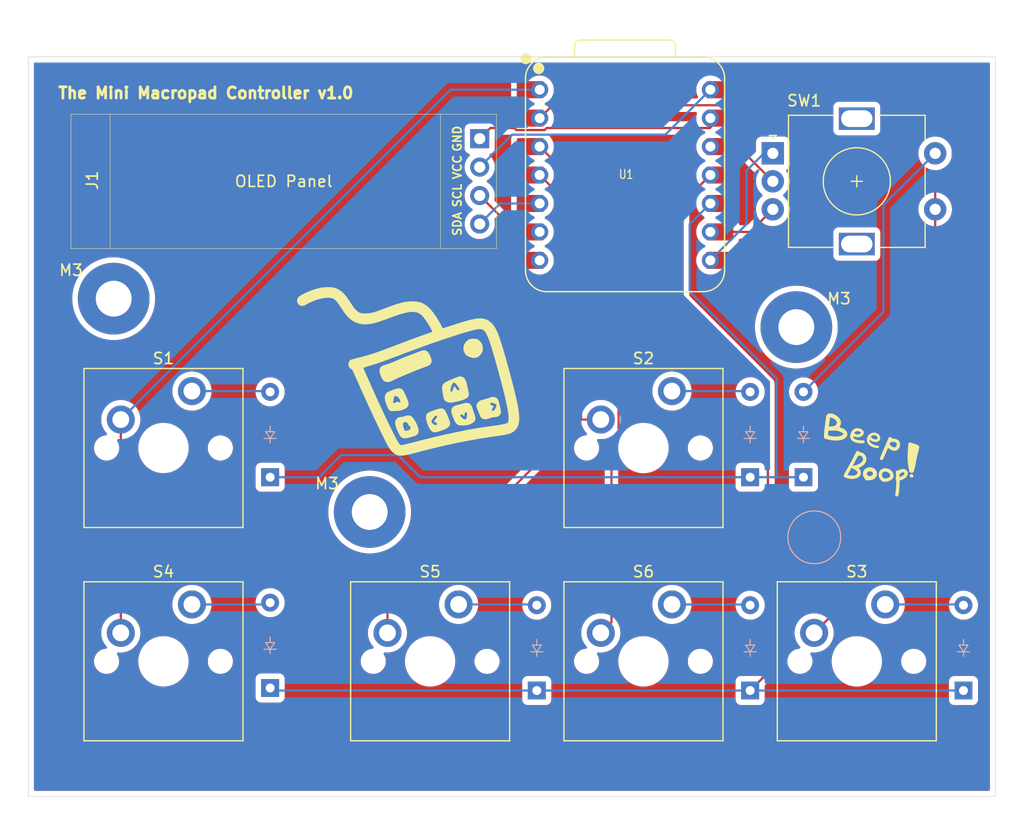
<source format=kicad_pcb>
(kicad_pcb (version 20241229) (generator "pcbnew") (generator_version "9.0")
  (layers (0 "F.Cu" signal) (2 "B.Cu" signal) (13 "F.Paste" user) (15 "B.Paste" user) (5 "F.SilkS" user "F.Silkscreen") (7 "B.SilkS" user "B.Silkscreen") (1 "F.Mask" user) (3 "B.Mask" user) (25 "Edge.Cuts" user))
  (net 0 "")
  (net 1 "Row 0")
  (net 2 "Net-(D1-A)")
  (net 3 "Net-(D2-A)")
  (net 4 "Net-(D3-A)")
  (net 5 "Row 1")
  (net 6 "Net-(D4-A)")
  (net 7 "Net-(D5-A)")
  (net 8 "Net-(D6-A)")
  (net 9 "Column 0")
  (net 10 "Column 1")
  (net 11 "Column 2")
  (net 12 "EC11SWA")
  (net 13 "GND")
  (net 14 "SDA")
  (net 17 "VCC")
  (net 18 "SCL")
  (net 19 "Column 3")
  (net 20 "EC11A")
  (net 21 "EC11B")
  (footprint "MountingHole:MountingHole_3.2mm_M3_Pad" (layer "F.Cu") (at 85.4075 34.29)
    (property "Reference" "M3" (at -3.81 -2.54 0) (layer "F.SilkS"))
    (property "Value" "MountingHole_3.2mm_M3_Pad" (hide yes))
    (pad "1" thru_hole circle (at 0 0) (size 6.4 6.4) (drill 3.2) (layers "*.Cu" "*.Mask"))
  )
  (footprint "MountingHole:MountingHole_3.2mm_M3_Pad" (layer "F.Cu") (at 146.3675 36.83)
    (property "Reference" "M3" (at 3.81 -2.54 0) (layer "F.SilkS"))
    (property "Value" "MountingHole_3.2mm_M3_Pad" (hide yes))
    (pad "1" thru_hole circle (at 0 0) (size 6.4 6.4) (drill 3.2) (layers "*.Cu" "*.Mask"))
  )
  (footprint "ScottoKeebs_MX:MX_PCB_1.00u" (layer "F.Cu") (at 132.715 47.625)
    (property "Reference" "S2" (at 0 -8 0) (layer "F.SilkS"))
    (property "Value" "Switch")
    (pad "" np_thru_hole circle (at -5.08 0) (size 1.75 1.75) (drill 1.75) (layers "*.Cu" "*.Mask"))
    (pad "" np_thru_hole circle (at 0 0) (size 4 4) (drill 4) (layers "*.Cu" "*.Mask"))
    (pad "" np_thru_hole circle (at 5.08 0) (size 1.75 1.75) (drill 1.75) (layers "*.Cu" "*.Mask"))
    (pad "1" thru_hole circle (at -3.81 -2.54) (size 2.5 2.5) (drill 1.5) (layers "*.Cu" "*.Mask") (net 10 "Column 1"))
    (pad "2" thru_hole circle (at 2.54 -5.08) (size 2.5 2.5) (drill 1.5) (layers "*.Cu" "*.Mask") (net 3 "Net-(D2-A)"))
  )
  (footprint "ScottoKeebs_MX:MX_PCB_1.00u" (layer "F.Cu") (at 151.765 66.675)
    (property "Reference" "S3" (at 0 -8 0) (layer "F.SilkS"))
    (property "Value" "Switch")
    (pad "" np_thru_hole circle (at -5.08 0) (size 1.75 1.75) (drill 1.75) (layers "*.Cu" "*.Mask"))
    (pad "" np_thru_hole circle (at 0 0) (size 4 4) (drill 4) (layers "*.Cu" "*.Mask"))
    (pad "" np_thru_hole circle (at 5.08 0) (size 1.75 1.75) (drill 1.75) (layers "*.Cu" "*.Mask"))
    (pad "1" thru_hole circle (at -3.81 -2.54) (size 2.5 2.5) (drill 1.5) (layers "*.Cu" "*.Mask") (net 19 "Column 3"))
    (pad "2" thru_hole circle (at 2.54 -5.08) (size 2.5 2.5) (drill 1.5) (layers "*.Cu" "*.Mask") (net 4 "Net-(D3-A)"))
  )
  (footprint "Rotary Encoder Footprints:RotaryEncoder_Alps_EC11E-Switch_Vertical_H20mm" (layer "F.Cu") (at 144.265 21.3125)
    (property "Reference" "SW1" (at 2.8 -4.7 0) (layer "F.SilkS"))
    (property "Value" "RotaryEncoder_Switch")
    (pad "A" thru_hole rect (at 0 0) (size 2 2) (drill 1) (layers "*.Cu" "*.Mask") (net 20 "EC11A"))
    (pad "B" thru_hole circle (at 0 5) (size 2 2) (drill 1) (layers "*.Cu" "*.Mask") (net 21 "EC11B"))
    (pad "C" thru_hole circle (at 0 2.5) (size 2 2) (drill 1) (layers "*.Cu" "*.Mask") (net 13 "GND"))
    (pad "MP" thru_hole rect (at 7.5 -3.1) (size 3.2 2) (drill oval 2.8 1.5) (layers "*.Cu" "*.Mask"))
    (pad "MP" thru_hole rect (at 7.5 8.1) (size 3.2 2) (drill oval 2.8 1.5) (layers "*.Cu" "*.Mask"))
    (pad "S1" thru_hole circle (at 14.5 5) (size 2 2) (drill 1) (layers "*.Cu" "*.Mask") (net 19 "Column 3"))
    (pad "S2" thru_hole circle (at 14.5 0) (size 2 2) (drill 1) (layers "*.Cu" "*.Mask") (net 12 "EC11SWA"))
  )
  (footprint "ScottoKeebs_MX:MX_PCB_1.00u" (layer "F.Cu") (at 113.665 66.675)
    (property "Reference" "S5" (at 0 -8 0) (layer "F.SilkS"))
    (property "Value" "Switch")
    (pad "" np_thru_hole circle (at -5.08 0) (size 1.75 1.75) (drill 1.75) (layers "*.Cu" "*.Mask"))
    (pad "" np_thru_hole circle (at 0 0) (size 4 4) (drill 4) (layers "*.Cu" "*.Mask"))
    (pad "" np_thru_hole circle (at 5.08 0) (size 1.75 1.75) (drill 1.75) (layers "*.Cu" "*.Mask"))
    (pad "1" thru_hole circle (at -3.81 -2.54) (size 2.5 2.5) (drill 1.5) (layers "*.Cu" "*.Mask") (net 10 "Column 1"))
    (pad "2" thru_hole circle (at 2.54 -5.08) (size 2.5 2.5) (drill 1.5) (layers "*.Cu" "*.Mask") (net 7 "Net-(D5-A)"))
  )
  (footprint "ScottoKeebs_MX:MX_PCB_1.00u" (layer "F.Cu") (at 89.8525 47.625)
    (property "Reference" "S1" (at 0 -8 0) (layer "F.SilkS"))
    (property "Value" "Switch")
    (pad "" np_thru_hole circle (at -5.08 0) (size 1.75 1.75) (drill 1.75) (layers "*.Cu" "*.Mask"))
    (pad "" np_thru_hole circle (at 0 0) (size 4 4) (drill 4) (layers "*.Cu" "*.Mask"))
    (pad "" np_thru_hole circle (at 5.08 0) (size 1.75 1.75) (drill 1.75) (layers "*.Cu" "*.Mask"))
    (pad "1" thru_hole circle (at -3.81 -2.54) (size 2.5 2.5) (drill 1.5) (layers "*.Cu" "*.Mask") (net 9 "Column 0"))
    (pad "2" thru_hole circle (at 2.54 -5.08) (size 2.5 2.5) (drill 1.5) (layers "*.Cu" "*.Mask") (net 2 "Net-(D1-A)"))
  )
  (footprint "ScottoKeebs_MX:MX_PCB_1.00u" (layer "F.Cu") (at 89.8525 66.675)
    (property "Reference" "S4" (at 0 -8 0) (layer "F.SilkS"))
    (property "Value" "Switch")
    (pad "" np_thru_hole circle (at -5.08 0) (size 1.75 1.75) (drill 1.75) (layers "*.Cu" "*.Mask"))
    (pad "" np_thru_hole circle (at 0 0) (size 4 4) (drill 4) (layers "*.Cu" "*.Mask"))
    (pad "" np_thru_hole circle (at 5.08 0) (size 1.75 1.75) (drill 1.75) (layers "*.Cu" "*.Mask"))
    (pad "1" thru_hole circle (at -3.81 -2.54) (size 2.5 2.5) (drill 1.5) (layers "*.Cu" "*.Mask") (net 9 "Column 0"))
    (pad "2" thru_hole circle (at 2.54 -5.08) (size 2.5 2.5) (drill 1.5) (layers "*.Cu" "*.Mask") (net 6 "Net-(D4-A)"))
  )
  (footprint "graphic footprints:controller4" (layer "F.Cu") (at 112.0775 40.64)
    (property "Reference" "G***" (hide yes))
    (property "Value" "LOGO" (hide yes))
  )
  (footprint "ScottoKeebs_MX:MX_PCB_1.00u" (layer "F.Cu") (at 132.715 66.675)
    (property "Reference" "S6" (at 0 -8 0) (layer "F.SilkS"))
    (property "Value" "Switch")
    (pad "" np_thru_hole circle (at -5.08 0) (size 1.75 1.75) (drill 1.75) (layers "*.Cu" "*.Mask"))
    (pad "" np_thru_hole circle (at 0 0) (size 4 4) (drill 4) (layers "*.Cu" "*.Mask"))
    (pad "" np_thru_hole circle (at 5.08 0) (size 1.75 1.75) (drill 1.75) (layers "*.Cu" "*.Mask"))
    (pad "1" thru_hole circle (at -3.81 -2.54) (size 2.5 2.5) (drill 1.5) (layers "*.Cu" "*.Mask") (net 11 "Column 2"))
    (pad "2" thru_hole circle (at 2.54 -5.08) (size 2.5 2.5) (drill 1.5) (layers "*.Cu" "*.Mask") (net 8 "Net-(D6-A)"))
  )
  (footprint "Seeed Studio XIAO Series Library:XIAO-SAMD21-DIP" (layer "F.Cu") (at 131.1685 23.1875)
    (property "Reference" "U1" (at 0 0 0) (layer "F.SilkS") (effects (font (size 0.8 0.635) (thickness 0.1016))))
    (property "Value" "XIAO-SAMD21-DIP" (hide yes))
    (pad "1" smd roundrect (at -8.555 -7.5575 180) (size 2.432 1.524) (layers "F.Cu" "F.Mask") (roundrect_rratio 0.1) (net 9 "Column 0"))
    (pad "1" thru_hole circle (at -7.72 -7.5575 180) (size 1.524 1.524) (drill 0.889) (layers "*.Cu" "*.Mask") (net 9 "Column 0"))
    (pad "2" smd roundrect (at -8.555 -5.0175 180) (size 2.432 1.524) (layers "F.Cu" "F.Mask") (roundrect_rratio 0.1) (net 19 "Column 3"))
    (pad "2" thru_hole circle (at -7.72 -5.0175 180) (size 1.524 1.524) (drill 0.889) (layers "*.Cu" "*.Mask") (net 19 "Column 3"))
    (pad "3" smd roundrect (at -8.555 -2.4775 180) (size 2.432 1.524) (layers "F.Cu" "F.Mask") (roundrect_rratio 0.1) (net 11 "Column 2"))
    (pad "3" thru_hole circle (at -7.72 -2.4775 180) (size 1.524 1.524) (drill 0.889) (layers "*.Cu" "*.Mask") (net 11 "Column 2"))
    (pad "4" smd roundrect (at -8.555 0.0625 180) (size 2.432 1.524) (layers "F.Cu" "F.Mask") (roundrect_rratio 0.1) (net 10 "Column 1"))
    (pad "4" thru_hole circle (at -7.72 0.0625 180) (size 1.524 1.524) (drill 0.889) (layers "*.Cu" "*.Mask") (net 10 "Column 1"))
    (pad "5" smd roundrect (at -8.555 2.6025 180) (size 2.432 1.524) (layers "F.Cu" "F.Mask") (roundrect_rratio 0.1) (net 14 "SDA"))
    (pad "5" thru_hole circle (at -7.72 2.6025 180) (size 1.524 1.524) (drill 0.889) (layers "*.Cu" "*.Mask") (net 14 "SDA"))
    (pad "6" smd roundrect (at -8.555 5.1425 180) (size 2.432 1.524) (layers "F.Cu" "F.Mask") (roundrect_rratio 0.1) (net 18 "SCL"))
    (pad "6" thru_hole circle (at -7.72 5.1425 180) (size 1.524 1.524) (drill 0.889) (layers "*.Cu" "*.Mask") (net 18 "SCL"))
    (pad "7" smd roundrect (at -8.555 7.6825 180) (size 2.432 1.524) (layers "F.Cu" "F.Mask") (roundrect_rratio 0.1))
    (pad "7" thru_hole circle (at -7.72 7.6825 180) (size 1.524 1.524) (drill 0.889) (layers "*.Cu" "*.Mask"))
    (pad "8" thru_hole circle (at 7.52 7.6825) (size 1.524 1.524) (drill 0.889) (layers "*.Cu" "*.Mask") (net 20 "EC11A"))
    (pad "8" smd roundrect (at 8.355 7.6825) (size 2.432 1.524) (layers "F.Cu" "F.Mask") (roundrect_rratio 0.1) (net 20 "EC11A"))
    (pad "9" thru_hole circle (at 7.52 5.1425) (size 1.524 1.524) (drill 0.889) (layers "*.Cu" "*.Mask") (net 21 "EC11B"))
    (pad "9" smd roundrect (at 8.355 5.1425) (size 2.432 1.524) (layers "F.Cu" "F.Mask") (roundrect_rratio 0.1) (net 21 "EC11B"))
    (pad "10" thru_hole circle (at 7.52 2.6025) (size 1.524 1.524) (drill 0.889) (layers "*.Cu" "*.Mask") (net 1 "Row 0"))
    (pad "10" smd roundrect (at 8.355 2.6025) (size 2.432 1.524) (layers "F.Cu" "F.Mask") (roundrect_rratio 0.1) (net 1 "Row 0"))
    (pad "11" thru_hole circle (at 7.52 0.0625) (size 1.524 1.524) (drill 0.889) (layers "*.Cu" "*.Mask") (net 5 "Row 1"))
    (pad "11" smd roundrect (at 8.355 0.0625) (size 2.432 1.524) (layers "F.Cu" "F.Mask") (roundrect_rratio 0.1) (net 5 "Row 1"))
    (pad "12" thru_hole circle (at 7.52 -2.4775) (size 1.524 1.524) (drill 0.889) (layers "*.Cu" "*.Mask"))
    (pad "12" smd roundrect (at 8.355 -2.4775) (size 2.432 1.524) (layers "F.Cu" "F.Mask") (roundrect_rratio 0.1))
    (pad "13" thru_hole circle (at 7.52 -5.0175) (size 1.524 1.524) (drill 0.889) (layers "*.Cu" "*.Mask") (net 13 "GND"))
    (pad "13" smd roundrect (at 8.355 -5.0175) (size 2.432 1.524) (layers "F.Cu" "F.Mask") (roundrect_rratio 0.1) (net 13 "GND"))
    (pad "14" thru_hole circle (at 7.52 -7.5575) (size 1.524 1.524) (drill 0.889) (layers "*.Cu" "*.Mask") (net 17 "VCC"))
    (pad "14" smd roundrect (at 8.355 -7.5575) (size 2.432 1.524) (layers "F.Cu" "F.Mask") (roundrect_rratio 0.1) (net 17 "VCC"))
  )
  (footprint "graphic footprints:beep_boop" (layer "F.Cu") (at 152.7175 48.26 -20)
    (property "Reference" "sdasd" (hide yes))
    (property "Value" "LOGO" (hide yes))
  )
  (footprint "MountingHole:MountingHole_3.2mm_M3_Pad" (layer "F.Cu") (at 108.2675 53.34)
    (property "Reference" "M3" (at -3.81 -2.54 0) (layer "F.SilkS"))
    (property "Value" "MountingHole_3.2mm_M3_Pad" (hide yes))
    (pad "1" thru_hole circle (at 0 0) (size 6.4 6.4) (drill 3.2) (layers "*.Cu" "*.Mask"))
  )
  (footprint "0.91OLED display hackclub:SSD1306-0.91-OLED-4pin-128x32" (layer "F.Cu") (at 81.59 17.8125)
    (property "Reference" "J1" (at 1.9 5.91 90) (layer "F.SilkS"))
    (property "Value" "OLED_DISPLAY")
    (fp_text user "GND" (at 34.5 2.19 270) (layer "F.SilkS") (effects (font (size 0.75 0.75))))
    (fp_text user "SCL" (at 34.5 7.27 270) (layer "F.SilkS") (effects (font (size 0.75 0.75))))
    (fp_text user "SDA" (at 34.5 9.81 270) (layer "F.SilkS") (effects (font (size 0.75 0.75))))
    (fp_text user "VCC" (at 34.5 4.73 270) (layer "F.SilkS") (effects (font (size 0.75 0.75))))
    (fp_text user "OLED Panel" (at 19 6 0) (layer "F.SilkS"))
    (pad "1" thru_hole rect (at 36.5 2.19) (size 1.7 1.7) (drill 1) (layers "*.Cu" "*.Mask") (net 13 "GND"))
    (pad "2" thru_hole oval (at 36.5 4.73) (size 1.7 1.7) (drill 1) (layers "*.Cu" "*.Mask") (net 17 "VCC"))
    (pad "3" thru_hole oval (at 36.5 7.27) (size 1.7 1.7) (drill 1) (layers "*.Cu" "*.Mask") (net 18 "SCL"))
    (pad "4" thru_hole oval (at 36.5 9.81) (size 1.7 1.7) (drill 1) (layers "*.Cu" "*.Mask") (net 14 "SDA"))
  )
  (footprint "ScottoKeebs_Components:Diode_DO-35" (layer "B.Cu") (at 142.24 69.2825 90)
    (property "Reference" "D6" (hide yes))
    (property "Value" "Diode" (hide yes))
    (pad "1" thru_hole rect (at 0 0 90) (size 1.6 1.6) (drill 0.8) (layers "*.Cu" "*.Mask") (net 5 "Row 1"))
    (pad "2" thru_hole oval (at 7.62 0 90) (size 1.6 1.6) (drill 0.8) (layers "*.Cu" "*.Mask") (net 8 "Net-(D6-A)"))
  )
  (footprint "ScottoKeebs_Components:Diode_DO-35" (layer "B.Cu") (at 99.3775 69.05625 90)
    (property "Reference" "D4" (hide yes))
    (property "Value" "Diode" (hide yes))
    (pad "1" thru_hole rect (at 0 0 90) (size 1.6 1.6) (drill 0.8) (layers "*.Cu" "*.Mask") (net 5 "Row 1"))
    (pad "2" thru_hole oval (at 7.62 0 90) (size 1.6 1.6) (drill 0.8) (layers "*.Cu" "*.Mask") (net 6 "Net-(D4-A)"))
  )
  (footprint "ScottoKeebs_Components:Diode_DO-35" (layer "B.Cu") (at 142.24 50.2325 90)
    (property "Reference" "D2" (hide yes))
    (property "Value" "Diode" (hide yes))
    (pad "1" thru_hole rect (at 0 0 90) (size 1.6 1.6) (drill 0.8) (layers "*.Cu" "*.Mask") (net 1 "Row 0"))
    (pad "2" thru_hole oval (at 7.62 0 90) (size 1.6 1.6) (drill 0.8) (layers "*.Cu" "*.Mask") (net 3 "Net-(D2-A)"))
  )
  (footprint "ScottoKeebs_Components:Diode_DO-35" (layer "B.Cu") (at 147.0025 50.2325 90)
    (property "Reference" "D7" (hide yes))
    (property "Value" "Diode" (hide yes))
    (pad "1" thru_hole rect (at 0 0 90) (size 1.6 1.6) (drill 0.8) (layers "*.Cu" "*.Mask") (net 1 "Row 0"))
    (pad "2" thru_hole oval (at 7.62 0 90) (size 1.6 1.6) (drill 0.8) (layers "*.Cu" "*.Mask") (net 12 "EC11SWA"))
  )
  (footprint "ScottoKeebs_Components:Diode_DO-35" (layer "B.Cu") (at 123.19 69.2825 90)
    (property "Reference" "D5" (hide yes))
    (property "Value" "Diode" (hide yes))
    (pad "1" thru_hole rect (at 0 0 90) (size 1.6 1.6) (drill 0.8) (layers "*.Cu" "*.Mask") (net 5 "Row 1"))
    (pad "2" thru_hole oval (at 7.62 0 90) (size 1.6 1.6) (drill 0.8) (layers "*.Cu" "*.Mask") (net 7 "Net-(D5-A)"))
  )
  (footprint "ScottoKeebs_Components:Diode_DO-35" (layer "B.Cu") (at 99.3775 50.2325 90)
    (property "Reference" "D1" (hide yes))
    (property "Value" "Diode" (hide yes))
    (pad "1" thru_hole rect (at 0 0 90) (size 1.6 1.6) (drill 0.8) (layers "*.Cu" "*.Mask") (net 1 "Row 0"))
    (pad "2" thru_hole oval (at 7.62 0 90) (size 1.6 1.6) (drill 0.8) (layers "*.Cu" "*.Mask") (net 2 "Net-(D1-A)"))
  )
  (footprint "ScottoKeebs_Components:Diode_DO-35" (layer "B.Cu") (at 161.29 69.2825 90)
    (property "Reference" "D3" (hide yes))
    (property "Value" "Diode" (hide yes))
    (pad "1" thru_hole rect (at 0 0 90) (size 1.6 1.6) (drill 0.8) (layers "*.Cu" "*.Mask") (net 5 "Row 1"))
    (pad "2" thru_hole oval (at 7.62 0 90) (size 1.6 1.6) (drill 0.8) (layers "*.Cu" "*.Mask") (net 4 "Net-(D3-A)"))
  )
  (gr_circle (center 147.969005 55.6) (end 150.3275 55.6) (stroke (width 0.1)) (fill no) (layer "B.SilkS"))
  (gr_rect (start 77.7875 12.7) (end 164.1475 78.74) (stroke (width 0.05)) (fill no) (layer "Edge.Cuts"))
  (gr_text "The Mini Macropad Controller v1.0" (at 80.3275 16.51 0) (layer "F.SilkS") (effects (font (size 1 1) (thickness 0.25) (bold yes)) (justify left bottom)))
  (segment (start 112.78 50.2325) (end 142.24 50.2325) (width 0.2) (layer "B.Cu") (net 1))
  (segment (start 136.8425 33.655) (end 136.8425 27.636) (width 0.2) (layer "B.Cu") (net 1))
  (segment (start 144.62125 41.43375) (end 136.8425 33.655) (width 0.2) (layer "B.Cu") (net 1))
  (segment (start 99.3775 50.2325) (end 103.755 50.2325) (width 0.2) (layer "B.Cu") (net 1))
  (segment (start 136.8425 27.636) (end 138.6885 25.79) (width 0.2) (layer "B.Cu") (net 1))
  (segment (start 105.7275 48.26) (end 110.8075 48.26) (width 0.2) (layer "B.Cu") (net 1))
  (segment (start 110.8075 48.26) (end 112.78 50.2325) (width 0.2) (layer "B.Cu") (net 1))
  (segment (start 142.24 50.2325) (end 144.62125 50.2325) (width 0.2) (layer "B.Cu") (net 1))
  (segment (start 144.62125 50.2325) (end 147.0025 50.2325) (width 0.2) (layer "B.Cu") (net 1))
  (segment (start 144.62125 50.2325) (end 144.62125 41.43375) (width 0.2) (layer "B.Cu") (net 1))
  (segment (start 103.755 50.2325) (end 105.7275 48.26) (width 0.2) (layer "B.Cu") (net 1))
  (segment (start 92.3925 42.545) (end 99.31 42.545) (width 0.2) (layer "B.Cu") (net 2))
  (segment (start 99.31 42.545) (end 99.3775 42.6125) (width 0.2) (layer "B.Cu") (net 2))
  (segment (start 142.1725 42.545) (end 142.24 42.6125) (width 0.2) (layer "B.Cu") (net 3))
  (segment (start 135.255 42.545) (end 142.1725 42.545) (width 0.2) (layer "B.Cu") (net 3))
  (segment (start 154.305 61.595) (end 161.2225 61.595) (width 0.2) (layer "B.Cu") (net 4))
  (segment (start 161.2225 61.595) (end 161.29 61.6625) (width 0.2) (layer "B.Cu") (net 4))
  (segment (start 143.8275 41.91) (end 143.8275 67.695) (width 0.2) (layer "F.Cu") (net 5))
  (segment (start 143.8275 67.695) (end 142.24 69.2825) (width 0.2) (layer "F.Cu") (net 5))
  (segment (start 136.2075 25.731) (end 138.6885 23.25) (width 0.2) (layer "F.Cu") (net 5))
  (segment (start 136.2075 34.29) (end 136.2075 25.731) (width 0.2) (layer "F.Cu") (net 5))
  (segment (start 136.2075 34.29) (end 143.8275 41.91) (width 0.2) (layer "F.Cu") (net 5))
  (segment (start 142.24 69.2825) (end 161.29 69.2825) (width 0.2) (layer "B.Cu") (net 5))
  (segment (start 122.96375 69.05625) (end 123.19 69.2825) (width 0.2) (layer "B.Cu") (net 5))
  (segment (start 123.19 69.2825) (end 142.24 69.2825) (width 0.2) (layer "B.Cu") (net 5))
  (segment (start 99.60375 69.2825) (end 99.3775 69.05625) (width 0.2) (layer "B.Cu") (net 5))
  (segment (start 123.19 69.2825) (end 99.60375 69.2825) (width 0.2) (layer "B.Cu") (net 5))
  (segment (start 92.3925 61.595) (end 99.21875 61.595) (width 0.2) (layer "B.Cu") (net 6))
  (segment (start 99.21875 61.595) (end 99.3775 61.43625) (width 0.2) (layer "B.Cu") (net 6))
  (segment (start 99.31 61.595) (end 99.3775 61.6625) (width 0.2) (layer "B.Cu") (net 6))
  (segment (start 123.1225 61.595) (end 123.19 61.6625) (width 0.2) (layer "B.Cu") (net 7))
  (segment (start 116.205 61.595) (end 123.1225 61.595) (width 0.2) (layer "B.Cu") (net 7))
  (segment (start 123.03125 61.595) (end 123.19 61.43625) (width 0.2) (layer "B.Cu") (net 7))
  (segment (start 135.255 61.595) (end 142.1725 61.595) (width 0.2) (layer "B.Cu") (net 8))
  (segment (start 142.1725 61.595) (end 142.24 61.6625) (width 0.2) (layer "B.Cu") (net 8))
  (segment (start 142.08125 61.595) (end 142.24 61.43625) (width 0.2) (layer "B.Cu") (net 8))
  (segment (start 86.0425 45.085) (end 86.0425 64.135) (width 0.2) (layer "F.Cu") (net 9))
  (segment (start 86.0425 45.085) (end 115.4975 15.63) (width 0.2) (layer "B.Cu") (net 9))
  (segment (start 115.4975 15.63) (end 123.4485 15.63) (width 0.2) (layer "B.Cu") (net 9))
  (segment (start 109.855 64.135) (end 109.855 62.367234) (width 0.2) (layer "F.Cu") (net 10))
  (segment (start 127.137234 26.938734) (end 123.4485 23.25) (width 0.2) (layer "F.Cu") (net 10))
  (segment (start 127.137234 45.085) (end 127.137234 26.938734) (width 0.2) (layer "F.Cu") (net 10))
  (segment (start 127.137234 45.085) (end 128.905 45.085) (width 0.2) (layer "F.Cu") (net 10))
  (segment (start 109.855 62.367234) (end 127.137234 45.085) (width 0.2) (layer "F.Cu") (net 10))
  (segment (start 129.8575 46.960946) (end 130.4925 46.325946) (width 0.2) (layer "F.Cu") (net 11))
  (segment (start 127.538234 24.799734) (end 123.4485 20.71) (width 0.2) (layer "F.Cu") (net 11))
  (segment (start 127.9525 43.18) (end 127.538234 42.765734) (width 0.2) (layer "F.Cu") (net 11))
  (segment (start 130.4925 46.325946) (end 130.4925 43.829527) (width 0.2) (layer "F.Cu") (net 11))
  (segment (start 128.905 64.135) (end 129.8575 63.1825) (width 0.2) (layer "F.Cu") (net 11))
  (segment (start 127.538234 42.765734) (end 127.538234 24.799734) (width 0.2) (layer "F.Cu") (net 11))
  (segment (start 130.4925 43.829527) (end 129.842973 43.18) (width 0.2) (layer "F.Cu") (net 11))
  (segment (start 129.8575 63.1825) (end 129.8575 46.960946) (width 0.2) (layer "F.Cu") (net 11))
  (segment (start 129.842973 43.18) (end 127.9525 43.18) (width 0.2) (layer "F.Cu") (net 11))
  (segment (start 147.0025 42.6125) (end 154.14625 35.46875) (width 0.2) (layer "B.Cu") (net 12))
  (segment (start 154.14625 25.93125) (end 158.765 21.3125) (width 0.2) (layer "B.Cu") (net 12))
  (segment (start 154.14625 35.46875) (end 154.14625 25.93125) (width 0.2) (layer "B.Cu") (net 12))
  (segment (start 138.6435 19.05) (end 139.5235 18.17) (width 0.2) (layer "F.Cu") (net 13))
  (segment (start 121.357874 19.233) (end 123.88881 19.233) (width 0.2) (layer "F.Cu") (net 13))
  (segment (start 123.88881 19.233) (end 124.07181 19.05) (width 0.2) (layer "F.Cu") (net 13))
  (segment (start 119.0425 19.05) (end 121.174874 19.05) (width 0.2) (layer "F.Cu") (net 13))
  (segment (start 141.9225 21.47) (end 141.9225 20.569) (width 0.2) (layer "F.Cu") (net 13))
  (segment (start 139.5235 18.17) (end 138.6885 18.17) (width 0.2) (layer "F.Cu") (net 13))
  (segment (start 118.09 20.0025) (end 119.0425 19.05) (width 0.2) (layer "F.Cu") (net 13))
  (segment (start 141.9225 20.569) (end 139.5235 18.17) (width 0.2) (layer "F.Cu") (net 13))
  (segment (start 121.174874 19.05) (end 121.357874 19.233) (width 0.2) (layer "F.Cu") (net 13))
  (segment (start 144.265 23.8125) (end 141.9225 21.47) (width 0.2) (layer "F.Cu") (net 13))
  (segment (start 124.07181 19.05) (end 138.6435 19.05) (width 0.2) (layer "F.Cu") (net 13))
  (segment (start 118.09 27.6225) (end 118.11 27.6225) (width 0.2) (layer "B.Cu") (net 14))
  (segment (start 118.09 27.6225) (end 119.9225 25.79) (width 0.2) (layer "B.Cu") (net 14))
  (segment (start 119.9225 25.79) (end 123.4485 25.79) (width 0.2) (layer "B.Cu") (net 14))
  (segment (start 134.6715 19.647) (end 138.6885 15.63) (width 0.2) (layer "B.Cu") (net 17))
  (segment (start 118.09 22.5425) (end 120.9855 19.647) (width 0.2) (layer "B.Cu") (net 17))
  (segment (start 120.9855 19.647) (end 134.6715 19.647) (width 0.2) (layer "B.Cu") (net 17))
  (segment (start 118.09 25.0825) (end 121.3375 28.33) (width 0.2) (layer "F.Cu") (net 18))
  (segment (start 121.3375 28.33) (end 122.6135 28.33) (width 0.2) (layer "F.Cu") (net 18))
  (segment (start 118.09 25.14375) (end 118.09 25.0825) (width 0.2) (layer "B.Cu") (net 18))
  (segment (start 160.3375 20.32) (end 159.8295 19.812) (width 0.2) (layer "F.Cu") (net 19))
  (segment (start 144.8435 17.018) (end 124.6005 17.018) (width 0.2) (layer "F.Cu") (net 19))
  (segment (start 124.6005 17.018) (end 123.4485 18.17) (width 0.2) (layer "F.Cu") (net 19))
  (segment (start 158.765 23.9245) (end 160.3375 22.352) (width 0.2) (layer "F.Cu") (net 19))
  (segment (start 159.8295 19.812) (end 159.8295 16.51) (width 0.2) (layer "F.Cu") (net 19))
  (segment (start 158.765 26.3125) (end 158.765 23.9245) (width 0.2) (layer "F.Cu") (net 19))
  (segment (start 159.3215 16.002) (end 145.8595 16.002) (width 0.2) (layer "F.Cu") (net 19))
  (segment (start 158.765 53.325) (end 147.955 64.135) (width 0.2) (layer "F.Cu") (net 19))
  (segment (start 158.765 26.3125) (end 158.765 53.325) (width 0.2) (layer "F.Cu") (net 19))
  (segment (start 159.8295 16.51) (end 159.3215 16.002) (width 0.2) (layer "F.Cu") (net 19))
  (segment (start 145.8595 16.002) (end 144.8435 17.018) (width 0.2) (layer "F.Cu") (net 19))
  (segment (start 160.3375 22.352) (end 160.3375 20.32) (width 0.2) (layer "F.Cu") (net 19))
  (segment (start 141.9225 27.636) (end 138.6885 30.87) (width 0.2) (layer "B.Cu") (net 20))
  (segment (start 141.9225 22.86) (end 141.9225 27.636) (width 0.2) (layer "B.Cu") (net 20))
  (segment (start 144.265 21.3125) (end 143.47 21.3125) (width 0.2) (layer "B.Cu") (net 20))
  (segment (start 143.47 21.3125) (end 141.9225 22.86) (width 0.2) (layer "B.Cu") (net 20))
  (segment (start 144.265 26.3125) (end 142.2475 28.33) (width 0.2) (layer "F.Cu") (net 21))
  (segment (start 142.2475 28.33) (end 138.6885 28.33) (width 0.2) (layer "F.Cu") (net 21))
  (zone (net 0) (net_name "") (layers "F.Cu" "B.Cu") (connect_pads (clearance 0.5)) (min_thickness 0.25) (fill yes (thermal_gap 0.5) (thermal_bridge_width 0.5) (island_removal_mode 1) (island_area_min 10))
    (polygon (pts (xy 166.695521 81.28) (xy 166.695521 7.62) (xy 75.255521 7.62) (xy 75.255521 81.28)))
  )
)
</source>
